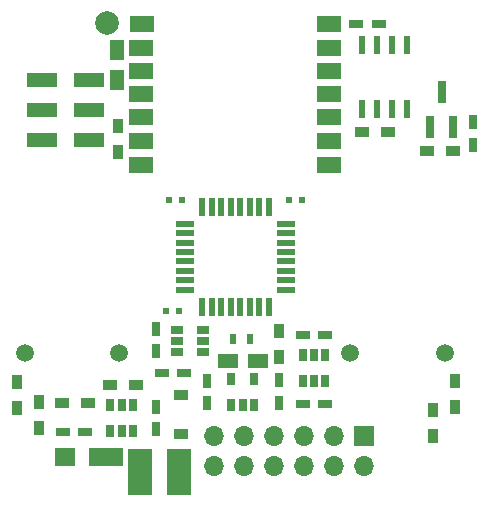
<source format=gts>
G04 #@! TF.GenerationSoftware,KiCad,Pcbnew,no-vcs-found-2f9be81~58~ubuntu16.04.1*
G04 #@! TF.CreationDate,2017-04-03T17:26:58+03:00*
G04 #@! TF.ProjectId,livolo_2_channels_1way_eu_switch,6C69766F6C6F5F325F6368616E6E656C,rev?*
G04 #@! TF.FileFunction,Soldermask,Top*
G04 #@! TF.FilePolarity,Negative*
%FSLAX46Y46*%
G04 Gerber Fmt 4.6, Leading zero omitted, Abs format (unit mm)*
G04 Created by KiCad (PCBNEW no-vcs-found-2f9be81~58~ubuntu16.04.1) date Mon Apr  3 17:26:58 2017*
%MOMM*%
%LPD*%
G01*
G04 APERTURE LIST*
%ADD10C,0.100000*%
%ADD11R,2.500000X1.270000*%
%ADD12R,1.750000X1.260000*%
%ADD13R,1.200000X0.900000*%
%ADD14R,2.000000X4.000000*%
%ADD15R,1.200000X0.750000*%
%ADD16R,1.700000X1.700000*%
%ADD17O,1.700000X1.700000*%
%ADD18C,1.500000*%
%ADD19R,0.600000X0.500000*%
%ADD20R,0.750000X1.200000*%
%ADD21R,1.800000X1.500000*%
%ADD22R,3.000000X1.500000*%
%ADD23R,0.550000X1.600000*%
%ADD24R,1.600000X0.550000*%
%ADD25C,1.998980*%
%ADD26R,0.900000X1.200000*%
%ADD27R,0.650000X1.060000*%
%ADD28R,1.060000X0.650000*%
%ADD29R,1.998980X1.399540*%
%ADD30R,0.600000X1.550000*%
%ADD31R,0.800000X1.900000*%
%ADD32R,0.500000X0.900000*%
%ADD33R,1.260000X1.750000*%
G04 APERTURE END LIST*
D10*
D11*
X126050000Y-82440000D03*
X126050000Y-79900000D03*
X126050000Y-77360000D03*
X130050000Y-77360000D03*
X130050000Y-79900000D03*
X130050000Y-82400000D03*
D12*
X141775000Y-101092000D03*
X144325000Y-101092000D03*
D13*
X160866000Y-83312000D03*
X158666000Y-83312000D03*
D14*
X134400000Y-110550000D03*
X137650000Y-110550000D03*
D15*
X152675000Y-72600000D03*
X154575000Y-72600000D03*
D16*
X153330000Y-107510000D03*
D17*
X153330000Y-110050000D03*
X150790000Y-107510000D03*
X150790000Y-110050000D03*
X148250000Y-107510000D03*
X148250000Y-110050000D03*
X145710000Y-107510000D03*
X145710000Y-110050000D03*
X143170000Y-107510000D03*
X143170000Y-110050000D03*
X140630000Y-107510000D03*
X140630000Y-110050000D03*
D18*
X152150000Y-100450000D03*
X160150000Y-100450000D03*
X132600000Y-100450000D03*
X124600000Y-100450000D03*
D19*
X136600000Y-96900000D03*
X137700000Y-96900000D03*
X137900000Y-87500000D03*
X136800000Y-87500000D03*
X146950000Y-87500000D03*
X148050000Y-87500000D03*
D15*
X129750000Y-107100000D03*
X127850000Y-107100000D03*
D20*
X140000000Y-104700000D03*
X140000000Y-102800000D03*
D21*
X127975000Y-109250000D03*
D22*
X131475000Y-109250000D03*
D20*
X146100000Y-104650000D03*
X146100000Y-102750000D03*
X135750000Y-106900000D03*
X135750000Y-105000000D03*
D15*
X150050000Y-104750000D03*
X148150000Y-104750000D03*
D20*
X135700000Y-100300000D03*
X135700000Y-98400000D03*
D15*
X148150000Y-98900000D03*
X150050000Y-98900000D03*
X138100000Y-102150000D03*
X136200000Y-102150000D03*
D13*
X137825000Y-103975000D03*
X137825000Y-107275000D03*
D23*
X145250000Y-96550000D03*
X144450000Y-96550000D03*
X143650000Y-96550000D03*
X142850000Y-96550000D03*
X142050000Y-96550000D03*
X141250000Y-96550000D03*
X140450000Y-96550000D03*
X139650000Y-96550000D03*
D24*
X138200000Y-95100000D03*
X138200000Y-94300000D03*
X138200000Y-93500000D03*
X138200000Y-92700000D03*
X138200000Y-91900000D03*
X138200000Y-91100000D03*
X138200000Y-90300000D03*
X138200000Y-89500000D03*
D23*
X139650000Y-88050000D03*
X140450000Y-88050000D03*
X141250000Y-88050000D03*
X142050000Y-88050000D03*
X142850000Y-88050000D03*
X143650000Y-88050000D03*
X144450000Y-88050000D03*
X145250000Y-88050000D03*
D24*
X146700000Y-89500000D03*
X146700000Y-90300000D03*
X146700000Y-91100000D03*
X146700000Y-91900000D03*
X146700000Y-92700000D03*
X146700000Y-93500000D03*
X146700000Y-94300000D03*
X146700000Y-95100000D03*
D25*
X131550000Y-72550000D03*
D13*
X131850000Y-103200000D03*
X134050000Y-103200000D03*
X129950000Y-104700000D03*
X127750000Y-104700000D03*
D26*
X146100000Y-100800000D03*
X146100000Y-98600000D03*
X132500000Y-81200000D03*
X132500000Y-83400000D03*
X159150000Y-105250000D03*
X159150000Y-107450000D03*
X161050000Y-105000000D03*
X161050000Y-102800000D03*
X125850000Y-104600000D03*
X125850000Y-106800000D03*
X123950000Y-105100000D03*
X123950000Y-102900000D03*
D27*
X142100000Y-102650000D03*
X144000000Y-102650000D03*
X144000000Y-104850000D03*
X143050000Y-104850000D03*
X142100000Y-104850000D03*
X132800000Y-107050000D03*
X133750000Y-107050000D03*
X131850000Y-107050000D03*
X131850000Y-104850000D03*
X132800000Y-104850000D03*
X133750000Y-104850000D03*
X149100000Y-100650000D03*
X148150000Y-100650000D03*
X150050000Y-100650000D03*
X150050000Y-102850000D03*
X149100000Y-102850000D03*
X148150000Y-102850000D03*
D28*
X137500000Y-98500000D03*
X137500000Y-99450000D03*
X137500000Y-100400000D03*
X139700000Y-100400000D03*
X139700000Y-98500000D03*
X139700000Y-99450000D03*
D29*
X134499800Y-72598780D03*
X134471860Y-74600300D03*
X134471860Y-76599280D03*
X134471860Y-78550000D03*
X134471860Y-80500720D03*
X134471860Y-82499700D03*
X134471860Y-84501220D03*
X150372260Y-84501220D03*
X150372260Y-82499700D03*
X150372260Y-80500720D03*
X150372260Y-78550000D03*
X150372260Y-76599280D03*
X150372260Y-74600300D03*
X150372260Y-72598780D03*
D20*
X162600000Y-82800000D03*
X162600000Y-80900000D03*
D13*
X153200000Y-81700000D03*
X155400000Y-81700000D03*
D30*
X153120000Y-74400000D03*
X154390000Y-74400000D03*
X155660000Y-74400000D03*
X156930000Y-74400000D03*
X156930000Y-79800000D03*
X155660000Y-79800000D03*
X154390000Y-79800000D03*
X153120000Y-79800000D03*
D31*
X159900000Y-78350000D03*
X160850000Y-81350000D03*
X158950000Y-81350000D03*
D32*
X142200000Y-99300000D03*
X143700000Y-99300000D03*
D33*
X132450000Y-74825000D03*
X132450000Y-77375000D03*
M02*

</source>
